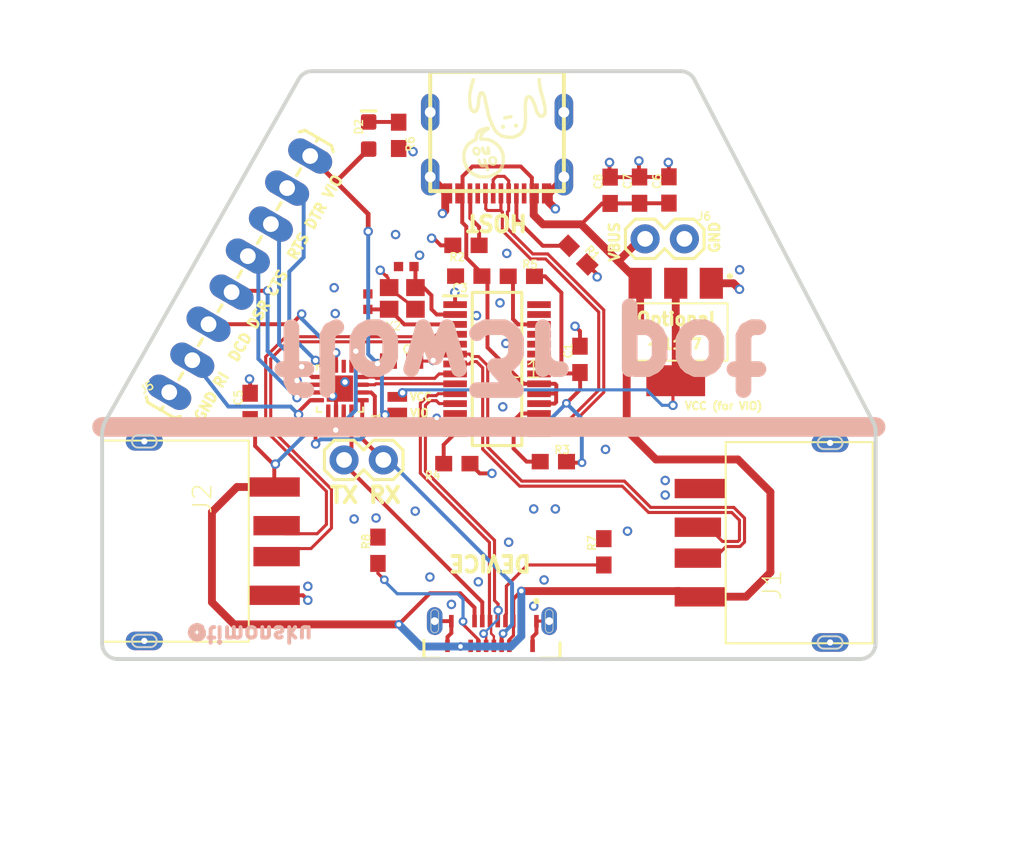
<source format=kicad_pcb>
(kicad_pcb (version 20221018) (generator pcbnew)
  (layers (0 "F.Cu" signal) (31 "B.Cu" signal) (34 "B.Paste" user) (35 "F.Paste" user) (36 "B.SilkS" user "B.Silkscreen") (37 "F.SilkS" user "F.Silkscreen") (38 "B.Mask" user) (39 "F.Mask" user) (44 "Edge.Cuts" user))
  (net 0 "")
  (net 1 "GND")
  (net 2 "CH_3V3")
  (net 3 "VBUS")
  (net 4 "TXD")
  (net 5 "RXD")
  (net 6 "CTS")
  (net 7 "DSR")
  (net 8 "RI")
  (net 9 "DCD")
  (net 10 "DTR")
  (net 11 "RTS")
  (net 12 "~{ACT}")
  (net 13 "D4_N")
  (net 14 "D4_P")
  (net 15 "D3_N")
  (net 16 "D3_P")
  (net 17 "D2_N")
  (net 18 "D2_P")
  (net 19 "D1_N")
  (net 20 "D1_P")
  (net 21 "REXT")
  (net 22 "OVCJ")
  (net 23 "XRSTJ")
  (net 24 "DU_P")
  (net 25 "DU_N")
  (net 26 "N$1")
  (net 27 "N$2")
  (net 28 "XIN")
  (net 29 "VCC")
  (net 30 "VIO")
  (net 31 "N$3")
  (net 32 "XOUT")
  (net 33 "VD33")
  (net 34 "N$4")
  (net 35 "N$5")
  (footprint "flow3r-pot:0603" (layer "F.Cu") (at 160.1411 93.6836 90)
    (fp_text reference "C6")
    (fp_text value "10uF")
  )
  (footprint "flow3r-pot:LED-0603" (layer "F.Cu") (at 140.7311 90.1636 90)
    (fp_text reference "D2")
    (fp_text value "RED")
  )
  (footprint "flow3r-pot:USB-TYPE-C_16PIN-MALE-TYPE-C-31-M-12" (layer "F.Cu") (at 149.0311 91.2836 180)
    (fp_text reference "USB-C-HOST0" hide)
    (fp_text value "C709357" hide)
    (fp_line (start -4.6 -2.05) (end -4.6 -0.95) (stroke (width 0.01)) (layer "Edge.Cuts"))
    (fp_line (start -4.6 2.1) (end -4.6 3.2) (stroke (width 0.01)) (layer "Edge.Cuts"))
    (fp_line (start -4 -0.9) (end -4 -2.1) (stroke (width 0.01)) (layer "Edge.Cuts"))
    (fp_line (start -4 3.25) (end -4 2.05) (stroke (width 0.01)) (layer "Edge.Cuts"))
    (fp_line (start 4 -2.05) (end 4 -0.95) (stroke (width 0.01)) (layer "Edge.Cuts"))
    (fp_line (start 4 2.1) (end 4 3.2) (stroke (width 0.01)) (layer "Edge.Cuts"))
    (fp_line (start 4.6 -0.9) (end 4.6 -2.1) (stroke (width 0.01)) (layer "Edge.Cuts"))
    (fp_line (start 4.6 3.25) (end 4.6 2.05) (stroke (width 0.01)) (layer "Edge.Cuts"))
    (fp_arc (start -4.6 -2.05) (mid -4.522487 -2.287132) (end -4.3 -2.4) (stroke (width 0.01)) (layer "Edge.Cuts"))
    (fp_arc (start -4.6 2.1) (mid -4.522487 1.862868) (end -4.3 1.75) (stroke (width 0.01)) (layer "Edge.Cuts"))
    (fp_arc (start -4.3 -2.4) (mid -4.087868 -2.312132) (end -4 -2.1) (stroke (width 0.01)) (layer "Edge.Cuts"))
    (fp_arc (start -4.3 -0.65) (mid -4.512132 -0.737868) (end -4.6 -0.95) (stroke (width 0.01)) (layer "Edge.Cuts"))
    (fp_arc (start -4.3 1.75) (mid -4.087868 1.837868) (end -4 2.05) (stroke (width 0.01)) (layer "Edge.Cuts"))
    (fp_arc (start -4.3 3.5) (mid -4.512132 3.412132) (end -4.6 3.2) (stroke (width 0.01)) (layer "Edge.Cuts"))
    (fp_arc (start -4 -0.9) (mid -4.098223 -0.712868) (end -4.3 -0.65) (stroke (width 0.01)) (layer "Edge.Cuts"))
    (fp_arc (start -4 3.25) (mid -4.098223 3.437132) (end -4.3 3.5) (stroke (width 0.01)) (layer "Edge.Cuts"))
    (fp_arc (start 4 -2.05) (mid 4.077513 -2.287132) (end 4.3 -2.4) (stroke (width 0.01)) (layer "Edge.Cuts"))
    (fp_arc (start 4 2.1) (mid 4.077513 1.862868) (end 4.3 1.75) (stroke (width 0.01)) (layer "Edge.Cuts"))
    (fp_arc (start 4.3 -2.4) (mid 4.512132 -2.312132) (end 4.6 -2.1) (stroke (width 0.01)) (layer "Edge.Cuts"))
    (fp_arc (start 4.3 -0.65) (mid 4.087868 -0.737868) (end 4 -0.95) (stroke (width 0.01)) (layer "Edge.Cuts"))
    (fp_arc (start 4.3 1.75) (mid 4.512132 1.837868) (end 4.6 2.05) (stroke (width 0.01)) (layer "Edge.Cuts"))
    (fp_arc (start 4.3 3.5) (mid 4.087868 3.412132) (end 4 3.2) (stroke (width 0.01)) (layer "Edge.Cuts"))
    (fp_arc (start 4.6 -0.9) (mid 4.501777 -0.712868) (end 4.3 -0.65) (stroke (width 0.01)) (layer "Edge.Cuts"))
    (fp_arc (start 4.6 3.25) (mid 4.501777 3.437132) (end 4.3 3.5) (stroke (width 0.01)) (layer "Edge.Cuts"))
  )
  (footprint "flow3r-pot:0603" (layer "F.Cu") (at 154.3911 104.6336 90)
    (fp_text reference "C1")
    (fp_text value "10uF")
  )
  (footprint "flow3r-pot:0402-TIGHT" (layer "F.Cu") (at 143.1611 98.6336 180)
    (fp_text reference "DNP-C9" hide)
    (fp_text value "20pF" hide)
  )
  (footprint "flow3r-pot:JE-USB-A-C42595" (layer "F.Cu") (at 166.8111 116.4836 90)
    (fp_text reference "J1")
    (fp_text value "JE-USB-A-C42595" hide)
    (fp_line (start -6.85 3.7) (end -6.85 3.35) (stroke (width 0.127)) (layer "Edge.Cuts"))
    (fp_line (start -6.85 4.15) (end -6.85 3.7) (stroke (width 0.127)) (layer "Edge.Cuts"))
    (fp_line (start -6.05 3.35) (end -6.05 3.7) (stroke (width 0.127)) (layer "Edge.Cuts"))
    (fp_line (start -6.05 3.7) (end -6.05 4.15) (stroke (width 0.127)) (layer "Edge.Cuts"))
    (fp_line (start 6.05 3.7) (end 6.05 3.35) (stroke (width 0.127)) (layer "Edge.Cuts"))
    (fp_line (start 6.05 4.15) (end 6.05 3.7) (stroke (width 0.127)) (layer "Edge.Cuts"))
    (fp_line (start 6.85 3.35) (end 6.85 3.7) (stroke (width 0.127)) (layer "Edge.Cuts"))
    (fp_line (start 6.85 3.7) (end 6.85 4.15) (stroke (width 0.127)) (layer "Edge.Cuts"))
    (fp_arc (start -6.85 3.35) (mid -6.732843 3.067157) (end -6.45 2.95) (stroke (width 0.127)) (layer "Edge.Cuts"))
    (fp_arc (start -6.45 2.95) (mid -6.167157 3.067157) (end -6.05 3.35) (stroke (width 0.127)) (layer "Edge.Cuts"))
    (fp_arc (start -6.45 4.55) (mid -6.732843 4.432843) (end -6.85 4.15) (stroke (width 0.127)) (layer "Edge.Cuts"))
    (fp_arc (start -6.05 4.15) (mid -6.167157 4.432843) (end -6.45 4.55) (stroke (width 0.127)) (layer "Edge.Cuts"))
    (fp_arc (start 6.05 3.35) (mid 6.167157 3.067157) (end 6.45 2.95) (stroke (width 0.127)) (layer "Edge.Cuts"))
    (fp_arc (start 6.45 2.95) (mid 6.732843 3.067157) (end 6.85 3.35) (stroke (width 0.127)) (layer "Edge.Cuts"))
    (fp_arc (start 6.45 4.55) (mid 6.167157 4.432843) (end 6.05 4.15) (stroke (width 0.127)) (layer "Edge.Cuts"))
    (fp_arc (start 6.85 4.15) (mid 6.732843 4.432843) (end 6.45 4.55) (stroke (width 0.127)) (layer "Edge.Cuts"))
  )
  (footprint "flow3r-pot:0603" (layer "F.Cu") (at 150.6011 99.2636)
    (fp_text reference "R5")
    (fp_text value "10k")
  )
  (footprint "flow3r-pot:1X02" (layer "F.Cu") (at 158.6011 96.8436)
    (fp_text reference "J6")
    (fp_text value "")
  )
  (footprint "flow3r-pot:0603" (layer "F.Cu") (at 133.0711 107.6736 90)
    (fp_text reference "C5")
    (fp_text value "10uF")
  )
  (footprint "flow3r-pot:0603" (layer "F.Cu") (at 147.2011 99.2536 180)
    (fp_text reference "C3")
    (fp_text value "10uF")
  )
  (footprint "flow3r-pot:0603" (layer "F.Cu") (at 146.4311 111.3736 180)
    (fp_text reference "R4")
    (fp_text value "2.7k")
  )
  (footprint "flow3r-pot:TYPE-C-31-G-08-2.0-ONLY" (layer "F.Cu") (at 148.7011 122.4036)
    (fp_text reference "J3" hide)
    (fp_text value "TYPE-C-31-G-08-2.0-ONLY" hide)
    (fp_line (start -3.95 -1.35) (end -3.95 -0.35) (stroke (width 0.05)) (layer "Edge.Cuts"))
    (fp_line (start -3.45 -0.35) (end -3.45 -1.35) (stroke (width 0.05)) (layer "Edge.Cuts"))
    (fp_line (start 3.45 -1.35) (end 3.45 -0.35) (stroke (width 0.05)) (layer "Edge.Cuts"))
    (fp_line (start 3.95 -0.35) (end 3.95 -1.35) (stroke (width 0.05)) (layer "Edge.Cuts"))
    (fp_arc (start -3.95 -1.35) (mid -3.876777 -1.526777) (end -3.7 -1.6) (stroke (width 0.05)) (layer "Edge.Cuts"))
    (fp_arc (start -3.7 -1.6) (mid -3.523223 -1.526777) (end -3.45 -1.35) (stroke (width 0.05)) (layer "Edge.Cuts"))
    (fp_arc (start -3.7 -0.1) (mid -3.876777 -0.173223) (end -3.95 -0.35) (stroke (width 0.05)) (layer "Edge.Cuts"))
    (fp_arc (start -3.45 -0.35) (mid -3.523223 -0.173223) (end -3.7 -0.1) (stroke (width 0.05)) (layer "Edge.Cuts"))
    (fp_arc (start 3.45 -1.35) (mid 3.523223 -1.526777) (end 3.7 -1.6) (stroke (width 0.05)) (layer "Edge.Cuts"))
    (fp_arc (start 3.7 -1.6) (mid 3.876777 -1.526777) (end 3.95 -1.35) (stroke (width 0.05)) (layer "Edge.Cuts"))
    (fp_arc (start 3.7 -0.1) (mid 3.523223 -0.173223) (end 3.45 -0.35) (stroke (width 0.05)) (layer "Edge.Cuts"))
    (fp_arc (start 3.95 -0.35) (mid 3.876777 -0.173223) (end 3.7 -0.1) (stroke (width 0.05)) (layer "Edge.Cuts"))
  )
  (footprint "flow3r-pot:0603" (layer "F.Cu") (at 155.9311 117.0736 90)
    (fp_text reference "R7")
    (fp_text value "5.1k")
  )
  (footprint "flow3r-pot:0603" (layer "F.Cu") (at 142.6711 90.1536 -90)
    (fp_text reference "R6")
    (fp_text value "10k")
  )
  (footprint "flow3r-pot:SMT-JUMPER_3_1-NC_TRACE_NO-SILK" (layer "F.Cu") (at 142.5811 108.0736 -90)
    (fp_text reference "JP1")
    (fp_text value "JUMPER-SMT_3_1-NC_TRACE_NO-SILK" hide)
  )
  (footprint "flow3r-pot:0603" (layer "F.Cu") (at 142.8611 104.7436)
    (fp_text reference "C2")
    (fp_text value "10uF")
  )
  (footprint "flow3r-pot:CRYSTAL-SMD-2X2.5MM" (layer "F.Cu") (at 142.9011 100.7036 180)
    (fp_text reference "Y2")
    (fp_text value "12MHZ")
  )
  (footprint "flow3r-pot:0603" (layer "F.Cu") (at 158.2411 93.6936 90)
    (fp_text reference "C7")
    (fp_text value "10uF")
  )
  (footprint "flow3r-pot:QFN50P300X300X80-17N" (layer "F.Cu") (at 138.8711 106.5236 90)
    (fp_text reference "U1" hide)
    (fp_text value "CH343P" hide)
  )
  (footprint "flow3r-pot:JE-USB-A-C42595" (layer "F.Cu") (at 129.9811 116.3836 -90)
    (fp_text reference "J2")
    (fp_text value "JE-USB-A-C42595" hide)
    (fp_line (start -6.85 3.7) (end -6.85 3.35) (stroke (width 0.127)) (layer "Edge.Cuts"))
    (fp_line (start -6.85 4.15) (end -6.85 3.7) (stroke (width 0.127)) (layer "Edge.Cuts"))
    (fp_line (start -6.05 3.35) (end -6.05 3.7) (stroke (width 0.127)) (layer "Edge.Cuts"))
    (fp_line (start -6.05 3.7) (end -6.05 4.15) (stroke (width 0.127)) (layer "Edge.Cuts"))
    (fp_line (start 6.05 3.7) (end 6.05 3.35) (stroke (width 0.127)) (layer "Edge.Cuts"))
    (fp_line (start 6.05 4.15) (end 6.05 3.7) (stroke (width 0.127)) (layer "Edge.Cuts"))
    (fp_line (start 6.85 3.35) (end 6.85 3.7) (stroke (width 0.127)) (layer "Edge.Cuts"))
    (fp_line (start 6.85 3.7) (end 6.85 4.15) (stroke (width 0.127)) (layer "Edge.Cuts"))
    (fp_arc (start -6.85 3.35) (mid -6.732843 3.067157) (end -6.45 2.95) (stroke (width 0.127)) (layer "Edge.Cuts"))
    (fp_arc (start -6.45 2.95) (mid -6.167157 3.067157) (end -6.05 3.35) (stroke (width 0.127)) (layer "Edge.Cuts"))
    (fp_arc (start -6.45 4.55) (mid -6.732843 4.432843) (end -6.85 4.15) (stroke (width 0.127)) (layer "Edge.Cuts"))
    (fp_arc (start -6.05 4.15) (mid -6.167157 4.432843) (end -6.45 4.55) (stroke (width 0.127)) (layer "Edge.Cuts"))
    (fp_arc (start 6.05 3.35) (mid 6.167157 3.067157) (end 6.45 2.95) (stroke (width 0.127)) (layer "Edge.Cuts"))
    (fp_arc (start 6.45 2.95) (mid 6.732843 3.067157) (end 6.85 3.35) (stroke (width 0.127)) (layer "Edge.Cuts"))
    (fp_arc (start 6.45 4.55) (mid 6.167157 4.432843) (end 6.05 4.15) (stroke (width 0.127)) (layer "Edge.Cuts"))
    (fp_arc (start 6.85 4.15) (mid 6.732843 4.432843) (end 6.45 4.55) (stroke (width 0.127)) (layer "Edge.Cuts"))
  )
  (footprint "flow3r-pot:SOT230P700X180-4N" (layer "F.Cu") (at 160.5811 102.8636 180)
    (fp_text reference "U2" hide)
    (fp_text value "LDL1117S12R" hide)
  )
  (footprint "flow3r-pot:0603" (layer "F.Cu") (at 156.3411 93.7036 90)
    (fp_text reference "C8")
    (fp_text value "10uF")
  )
  (footprint "flow3r-pot:0603" (layer "F.Cu") (at 147.0211 97.2636 180)
    (fp_text reference "R2")
    (fp_text value "5.1k")
  )
  (footprint "flow3r-pot:0603" (layer "F.Cu") (at 141.3311 116.9736 90)
    (fp_text reference "R8")
    (fp_text value "5.1k")
  )
  (footprint "flow3r-pot:1X08_LOCK_LONGPADS" (layer "F.Cu") (at 127.9511 106.8236 60)
    (fp_text reference "J5")
    (fp_text value "")
  )
  (footprint "flow3r-pot:1X02" (layer "F.Cu") (at 141.6811 111.1336 180)
    (fp_text reference "J4" hide)
    (fp_text value "")
  )
  (footprint "flow3r-pot:0402-TIGHT" (layer "F.Cu") (at 140.6811 100.9036 90)
    (fp_text reference "DNP-C4" hide)
    (fp_text value "20pF" hide)
  )
  (footprint "flow3r-pot:OHNO-6.5" (layer "F.Cu") (at 152.2511 86.4636 180)
    (fp_text reference "U$2" hide)
    (fp_text value "" hide)
  )
  (footprint "flow3r-pot:0603" (layer "F.Cu") (at 154.2611 97.8936 -45)
    (fp_text reference "R1")
    (fp_text value "5.1k")
  )
  (footprint "flow3r-pot:SOP64P600X175-28N" (layer "F.Cu") (at 149.0311 105.2536)
    (fp_text reference "IC1")
    (fp_text value "FE1.1S-BSOP28BCN" hide)
  )
  (footprint "flow3r-pot:0603" (layer "F.Cu") (at 152.6711 111.2436)
    (fp_text reference "R3")
    (fp_text value "10k")
  )
  (gr_line (start 123.5011 109.0036) (end 173.5011 109.0036) (stroke (width 1.27)) (layer "B.SilkS"))
  (gr_arc (start 123.5011 109.5036) (mid 123.563636 109.020051) (end 123.747128 108.568319) (stroke (width 0.254)) (layer "Edge.Cuts"))
  (gr_line (start 173.5011 109.248788) (end 173.5011 123.0036) (stroke (width 0.254)) (layer "Edge.Cuts"))
  (gr_line (start 123.5011 123.0036) (end 123.5011 109.5036) (stroke (width 0.254)) (layer "Edge.Cuts"))
  (gr_line (start 123.747128 108.568319) (end 136.214003 86.511541) (stroke (width 0.254)) (layer "Edge.Cuts"))
  (gr_line (start 161.7815 86.541035) (end 173.387684 108.786219) (stroke (width 0.254)) (layer "Edge.Cuts"))
  (gr_arc (start 160.894915 86.0036) (mid 161.413295 86.14845) (end 161.7815 86.541036) (stroke (width 0.254)) (layer "Edge.Cuts"))
  (gr_arc (start 173.5011 123.0036) (mid 173.208207 123.710707) (end 172.5011 124.0036) (stroke (width 0.254)) (layer "Edge.Cuts"))
  (gr_line (start 137.084565 86.0036) (end 160.894915 86.0036) (stroke (width 0.254)) (layer "Edge.Cuts"))
  (gr_line (start 172.5011 124.0036) (end 124.5011 124.0036) (stroke (width 0.254)) (layer "Edge.Cuts"))
  (gr_arc (start 136.214003 86.511541) (mid 136.58061 86.13987) (end 137.084565 86.003601) (stroke (width 0.254)) (layer "Edge.Cuts"))
  (gr_arc (start 173.387684 108.786219) (mid 173.472332 109.010653) (end 173.5011 109.248788) (stroke (width 0.254)) (layer "Edge.Cuts"))
  (gr_arc (start 124.5011 124.0036) (mid 123.793993 123.710707) (end 123.5011 123.0036) (stroke (width 0.254)) (layer "Edge.Cuts"))
  (gr_text "@timonsku" (at 128.8011 121.8036 -180) (layer "B.SilkS") (effects (font (size 1.016 1.016) (thickness 0.254)) (justify left bottom mirror)))
  (gr_text "flow3r pot" (at 134.1011 102.0036 -180) (layer "B.SilkS") (effects (font (size 4.064 4.064) (thickness 1.016)) (justify left bottom mirror)))
  (gr_text "VCC (for VIO)" (at 161.1111 107.9336) (layer "F.SilkS") (effects (font (size 0.48768 0.48768) (thickness 0.12192)) (justify left bottom)))
  (gr_text "VBUS" (at 157.0011 98.4036 90) (layer "F.SilkS") (effects (font (size 0.65024 0.65024) (thickness 0.16256)) (justify left bottom)))
  (gr_text "Optional" (at 157.9411 102.5036) (layer "F.SilkS") (effects (font (size 0.8128 0.8128) (thickness 0.2032)) (justify left bottom)))
  (gr_text "GND" (at 163.4711 97.8436 90) (layer "F.SilkS") (effects (font (size 0.65024 0.65024) (thickness 0.16256)) (justify left bottom)))
  (gr_text "~~1117" (at 158.7211 104.0236) (layer "F.SilkS") (effects (font (size 0.65024 0.65024) (thickness 0.16256)) (justify left bottom)))
  (gr_text "HOST" (at 151.1011 95.2036 180) (layer "F.SilkS") (effects (font (size 1.016 1.016) (thickness 0.254)) (justify left bottom)))
  (gr_text "GND RI  DCD DSR CTS  RTS DTR VIO" (at 130.0011 108.8036 60) (layer "F.SilkS") (effects (font (size 0.65024 0.65024) (thickness 0.16256)) (justify left bottom)))
  (gr_text "CH3V" (at 143.3411 109.4036) (layer "F.SilkS") (effects (font (size 0.48768 0.48768) (thickness 0.12192)) (justify left bottom)))
  (gr_text "VCC" (at 143.3311 107.3436) (layer "F.SilkS") (effects (font (size 0.48768 0.48768) (thickness 0.12192)) (justify left bottom)))
  (gr_text "TX RX" (at 138.1011 114.0036) (layer "F.SilkS") (effects (font (size 1.016 1.016) (thickness 0.254)) (justify left bottom)))
  (gr_text "VIO" (at 143.3511 108.3836) (layer "F.SilkS") (effects (font (size 0.48768 0.48768) (thickness 0.12192)) (justify left bottom)))
  (gr_text "DEVICE" (at 151.3511 117.2036 180) (layer "F.SilkS") (effects (font (size 1.016 1.016) (thickness 0.254)) (justify left bottom)))
  (segment (start 141.4811 98.8736) (end 141.9911 99.3836) (width 0.2) (layer "F.Cu") (net 1))
  (segment (start 146.3191 100.3216) (end 146.3011 100.3036) (width 0.254) (layer "F.Cu") (net 1))
  (segment (start 158.2311 92.8536) (end 158.2411 92.8436) (width 0.254) (layer "F.Cu") (net 1))
  (segment (start 136.4811 119.8836) (end 136.8011 120.2036) (width 0.254) (layer "F.Cu") (net 1))
  (segment (start 145.3911 97.2636) (end 146.1711 97.2636) (width 0.254) (layer "F.Cu") (net 1))
  (segment (start 147.2811 111.3736) (end 147.9111 112.0036) (width 0.254) (layer "F.Cu") (net 1))
  (segment (start 156.3411 92.8536) (end 156.3011 92.8136) (width 0.254) (layer "F.Cu") (net 1))
  (segment (start 151.5761 122.3286) (end 151.5761 121.5536) (width 0.254) (layer "F.Cu") (net 1))
  (segment (start 144.9311 96.8036) (end 144.8011 96.8036) (width 0.254) (layer "F.Cu") (net 1))
  (segment (start 145.681093 93.809504) (end 144.711068 92.839479) (width 0.508) (layer "F.Cu") (net 1))
  (segment (start 145.8261 123.1536) (end 145.8261 122.5786) (width 0.254) (layer "F.Cu") (net 1))
  (segment (start 144.9011 104.7436) (end 144.9011 104.7036) (width 0.2) (layer "F.Cu") (net 1))
  (segment (start 156.3011 92.8136) (end 156.3011 91.9036) (width 0.254) (layer "F.Cu") (net 1))
  (segment (start 143.7111 104.7436) (end 144.9011 104.7436) (width 0.2) (layer "F.Cu") (net 1))
  (segment (start 154.3911 103.7836) (end 154.3911 102.8136) (width 0.254) (layer "F.Cu") (net 1))
  (segment (start 151.3261 123.1536) (end 151.3261 122.5786) (width 0.254) (layer "F.Cu") (net 1))
  (segment (start 160.1411 91.9436) (end 160.1011 91.9036) (width 0.254) (layer "F.Cu") (net 1))
  (segment (start 146.3191 101.0936) (end 146.3191 100.3216) (width 0.254) (layer "F.Cu") (net 1))
  (segment (start 147.9111 112.0036) (end 148.7011 112.0036) (width 0.254) (layer "F.Cu") (net 1))
  (segment (start 154.86214 98.494644) (end 155.5011 99.133604) (width 0.254) (layer "F.Cu") (net 1))
  (segment (start 138.8711 106.5236) (end 139.2011 106.1936) (width 0.254) (layer "F.Cu") (net 1))
  (segment (start 145.681093 95.023607) (end 145.5011 95.2036) (width 0.508) (layer "F.Cu") (net 1))
  (segment (start 155.5011 99.133604) (end 155.5011 99.3036) (width 0.254) (layer "F.Cu") (net 1))
  (segment (start 151.5761 121.5536) (end 152.4011 121.5536) (width 0.2) (layer "F.Cu") (net 1))
  (segment (start 138.6211 107.2136) (end 138.4011 106.9936) (width 0.254) (layer "F.Cu") (net 1))
  (segment (start 138.8711 106.5236) (end 138.4011 106.9936) (width 0.254) (layer "F.Cu") (net 1))
  (segment (start 146.0761 121.5536) (end 145.0011 121.5536) (width 0.254) (layer "F.Cu") (net 1))
  (segment (start 141.8241 99.2166) (end 141.9111 99.2166) (width 0.2) (layer "F.Cu") (net 1))
  (segment (start 151.3261 122.5786) (end 151.5761 122.3286) (width 0.254) (layer "F.Cu") (net 1))
  (segment (start 160.1511 92.8236) (end 160.1411 92.8336) (width 0.254) (layer "F.Cu") (net 1))
  (segment (start 156.3411 92.8536) (end 158.2311 92.8536) (width 0.254) (layer "F.Cu") (net 1))
  (segment (start 145.8261 122.5786) (end 146.0761 122.3286) (width 0.254) (layer "F.Cu") (net 1))
  (segment (start 160.1411 92.8336) (end 160.1411 91.9436) (width 0.254) (layer "F.Cu") (net 1))
  (segment (start 162.8811 99.7136) (end 164.3111 99.7136) (width 0.508) (layer "F.Cu") (net 1))
  (segment (start 146.0761 122.3286) (end 146.0761 121.5536) (width 0.254) (layer "F.Cu") (net 1))
  (segment (start 160.1311 92.8436) (end 160.1411 92.8336) (width 0.254) (layer "F.Cu") (net 1))
  (segment (start 154.3911 102.8136) (end 154.0711 102.4936) (width 0.254) (layer "F.Cu") (net 1))
  (segment (start 153.351131 92.93676) (end 153.351131 92.839479) (width 0.508) (layer "F.Cu") (net 1))
  (segment (start 158.2411 92.8436) (end 158.2011 92.8036) (width 0.254) (layer "F.Cu") (net 1))
  (segment (start 145.3911 97.2636) (end 144.9311 96.8036) (width 0.254) (layer "F.Cu") (net 1))
  (segment (start 141.9911 99.996641) (end 143.8611 101.4136) (width 0.2) (layer "F.Cu") (net 1))
  (segment (start 141.4811 98.8736) (end 141.8241 99.2166) (width 0.2) (layer "F.Cu") (net 1))
  (segment (start 164.3111 99.7136) (end 164.7011 100.1036) (width 0.508) (layer "F.Cu") (net 1))
  (segment (start 133.0711 106.8236) (end 133.0711 105.9436) (width 0.254) (layer "F.Cu") (net 1))
  (segment (start 138.4011 106.9936) (end 138.4011 107.0036) (width 0.254) (layer "F.Cu") (net 1))
  (segment (start 134.6311 119.8836) (end 136.4811 119.8836) (width 0.254) (layer "F.Cu") (net 1))
  (segment (start 152.381106 94.483607) (end 152.8011 94.9036) (width 0.508) (layer "F.Cu") (net 1))
  (segment (start 142.6711 91.0036) (end 143.4011 91.0036) (width 0.254) (layer "F.Cu") (net 1))
  (segment (start 158.2411 92.8436) (end 160.1311 92.8436) (width 0.254) (layer "F.Cu") (net 1))
  (segment (start 145.681093 93.906785) (end 145.681093 93.809504) (width 0.508) (layer "F.Cu") (net 1))
  (segment (start 139.2011 106.1936) (end 139.2011 106.1036) (width 0.254) (layer "F.Cu") (net 1))
  (segment (start 133.0711 105.9436) (end 133.0311 105.9036) (width 0.254) (layer "F.Cu") (net 1))
  (segment (start 158.2011 92.8036) (end 158.2011 91.8036) (width 0.254) (layer "F.Cu") (net 1))
  (segment (start 146.3191 101.0936) (end 146.1191 101.0936) (width 0.254) (layer "F.Cu") (net 1))
  (segment (start 145.681093 93.906785) (end 145.681093 95.023607) (width 0.508) (layer "F.Cu") (net 1))
  (segment (start 141.9911 99.3836) (end 141.9911 99.996641) (width 0.2) (layer "F.Cu") (net 1))
  (segment (start 152.381106 93.906785) (end 152.381106 94.483607) (width 0.508) (layer "F.Cu") (net 1))
  (segment (start 138.6211 107.9686) (end 138.6211 107.2136) (width 0.254) (layer "F.Cu") (net 1))
  (segment (start 153.351131 92.93676) (end 152.381106 93.906785) (width 0.508) (layer "F.Cu") (net 1))
  (segment (start 143.4011 91.0036) (end 143.6011 91.2036) (width 0.254) (layer "F.Cu") (net 1))
  (via (at 164.7011 100.1036) (size 0.61) (drill 0.35) (layers "F.Cu" "B.Cu") (net 1))
  (via (at 148.7011 112.0036) (size 0.61) (drill 0.35) (layers "F.Cu" "B.Cu") (net 1))
  (via (at 141.20975 114.888366) (size 0.61) (drill 0.35) (layers "F.Cu" "B.Cu") (net 1))
  (via (at 147.8211 119.0136) (size 0.61) (drill 0.35) (layers "F.Cu" "B.Cu") (net 1))
  (via (at 149.6011 103.6036) (size 0.61) (drill 0.35) (layers "F.Cu" "B.Cu") (net 1))
  (via (at 149.6611 97.7836) (size 0.61) (drill 0.35) (layers "F.Cu" "B.Cu") (net 1))
  (via (at 145.5011 95.2036) (size 0.61) (drill 0.35) (layers "F.Cu" "B.Cu") (net 1))
  (via (at 149.2211 100.9836) (size 0.61) (drill 0.35) (layers "F.Cu" "B.Cu") (net 1))
  (via (at 144.9011 104.7036) (size 0.61) (drill 0.35) (layers "F.Cu" "B.Cu") (net 1))
  (via (at 146.3011 100.3036) (size 0.61) (drill 0.35) (layers "F.Cu" "B.Cu") (net 1))
  (via (at 144.8011 96.8036) (size 0.61) (drill 0.35) (layers "F.Cu" "B.Cu") (net 1))
  (via (at 155.5011 99.3036) (size 0.61) (drill 0.35) (layers "F.Cu" "B.Cu") (net 1))
  (via (at 133.0311 105.9036) (size 0.61) (drill 0.35) (layers "F.Cu" "B.Cu") (net 1))
  (via (at 144.6911 118.7036) (size 0.61) (drill 0.35) (layers "F.Cu" "B.Cu") (net 1))
  (via (at 156.3011 91.9036) (size 0.61) (drill 0.35) (layers "F.Cu" "B.Cu") (net 1))
  (via (at 147.7011 101.8036) (size 0.61) (drill 0.35) (layers "F.Cu" "B.Cu") (net 1))
  (via (at 144.0211 97.9036) (size 0.61) (drill 0.35) (layers "F.Cu" "B.Cu") (net 1))
  (via (at 143.6011 91.2036) (size 0.61) (drill 0.35) (layers "F.Cu" "B.Cu") (net 1))
  (via (at 149.7811 116.4536) (size 0.61) (drill 0.35) (layers "F.Cu" "B.Cu") (net 1))
  (via (at 160.1011 91.9036) (size 0.61) (drill 0.35) (layers "F.Cu" "B.Cu") (net 1))
  (via (at 149.4011 107.7036) (size 0.61) (drill 0.35) (layers "F.Cu" "B.Cu") (net 1))
  (via (at 138.5011 100.0036) (size 0.61) (drill 0.35) (layers "F.Cu" "B.Cu") (net 1))
  (via (at 136.8011 120.2036) (size 0.61) (drill 0.35) (layers "F.Cu" "B.Cu") (net 1))
  (via (at 152.8011 114.3036) (size 0.61) (drill 0.35) (layers "F.Cu" "B.Cu") (net 1))
  (via (at 154.0711 102.4936) (size 0.61) (drill 0.35) (layers "F.Cu" "B.Cu") (net 1))
  (via (at 142.4711 96.5636) (size 0.61) (drill 0.35) (layers "F.Cu" "B.Cu") (net 1))
  (via (at 138.4011 107.0036) (size 0.61) (drill 0.35) (layers "F.Cu" "B.Cu") (net 1))
  (via (at 146.0811 120.4736) (size 0.61) (drill 0.35) (layers "F.Cu" "B.Cu") (net 1))
  (via (at 136.8011 119.3036) (size 0.61) (drill 0.35) (layers "F.Cu" "B.Cu") (net 1))
  (via (at 152.0711 118.8936) (size 0.61) (drill 0.35) (layers "F.Cu" "B.Cu") (net 1))
  (via (at 139.7911 114.9536) (size 0.61) (drill 0.35) (layers "F.Cu" "B.Cu") (net 1))
  (via (at 164.7111 98.8436) (size 0.61) (drill 0.35) (layers "F.Cu" "B.Cu") (net 1))
  (via (at 156.0411 110.4536) (size 0.61) (drill 0.35) (layers "F.Cu" "B.Cu") (net 1))
  (via (at 139.2011 106.1036) (size 0.61) (drill 0.35) (layers "F.Cu" "B.Cu") (net 1))
  (via (at 138.5711 101.6736) (size 0.61) (drill 0.35) (layers "F.Cu" "B.Cu") (net 1))
  (via (at 141.4811 98.8736) (size 0.61) (drill 0.35) (layers "F.Cu" "B.Cu") (net 1))
  (via (at 159.9011 112.4636) (size 0.61) (drill 0.35) (layers "F.Cu" "B.Cu") (net 1))
  (via (at 143.7411 114.4436) (size 0.61) (drill 0.35) (layers "F.Cu" "B.Cu") (net 1))
  (via (at 151.4011 114.3036) (size 0.61) (drill 0.35) (layers "F.Cu" "B.Cu") (net 1))
  (via (at 151.4011 120.5836) (size 0.61) (drill 0.35) (layers "F.Cu" "B.Cu") (net 1))
  (via (at 152.8011 94.9036) (size 0.61) (drill 0.35) (layers "F.Cu" "B.Cu") (net 1))
  (via (at 159.9011 113.4036) (size 0.61) (drill 0.35) (layers "F.Cu" "B.Cu") (net 1))
  (via (at 158.2011 91.8036) (size 0.61) (drill 0.35) (layers "F.Cu" "B.Cu") (net 1))
  (via (at 157.4647 115.738754) (size 0.61) (drill 0.35) (layers "F.Cu" "B.Cu") (net 1))
  (segment (start 141.1311 107.0136) (end 141.1311 108.7836) (width 0.254) (layer "F.Cu") (net 2))
  (segment (start 142.5811 109.0896) (end 141.4371 109.0896) (width 0.254) (layer "F.Cu") (net 2))
  (segment (start 140.3161 106.7736) (end 140.8911 106.7736) (width 0.254) (layer "F.Cu") (net 2))
  (segment (start 141.4371 109.0896) (end 141.1311 108.7836) (width 0.254) (layer "F.Cu") (net 2))
  (segment (start 140.8911 106.7736) (end 141.1311 107.0136) (width 0.254) (layer "F.Cu") (net 2))
  (segment (start 151.7531 106.8436) (end 151.7431 106.8536) (width 0.254) (layer "F.Cu") (net 3))
  (segment (start 152.7511 107.4936) (end 151.7431 107.4936) (width 0.254) (layer "F.Cu") (net 3))
  (segment (start 165.1311 119.9736) (end 162.1711 119.9736) (width 0.508) (layer "F.Cu") (net 3))
  (segment (start 156.3411 94.5536) (end 158.2311 94.5536) (width 0.254) (layer "F.Cu") (net 3))
  (segment (start 147.9511 99.1536) (end 148.0511 99.2536) (width 0.254) (layer "F.Cu") (net 3))
  (segment (start 151.4011 94.5036) (end 151.4011 94.026854) (width 0.2) (layer "F.Cu") (net 3))
  (segment (start 130.6011 114.5036) (end 132.2211 112.8836) (width 0.508) (layer "F.Cu") (net 3))
  (segment (start 138.6011 109.2036) (end 139.1011 108.7036) (width 0.254) (layer "F.Cu") (net 3))
  (segment (start 133.3911 108.8436) (end 133.3911 110.2336) (width 0.254) (layer "F.Cu") (net 3))
  (segment (start 151.281031 93.906785) (end 151.581006 93.906785) (width 0.2) (layer "F.Cu") (net 3))
  (segment (start 147.0411 96.0436) (end 147.0411 98.0636) (width 0.254) (layer "F.Cu") (net 3))
  (segment (start 130.6011 120.3336) (end 130.6011 114.5036) (width 0.508) (layer "F.Cu") (net 3))
  (segment (start 155.8211 94.5536) (end 156.3411 94.5536) (width 0.254) (layer "F.Cu") (net 3))
  (segment (start 146.8011 93.586879) (end 146.8011 92.8036) (width 0.254) (layer "F.Cu") (net 3))
  (segment (start 147.5761 121.5536) (end 147.5761 120.6786) (width 0.254) (layer "F.Cu") (net 3))
  (segment (start 139.6211 104.3836) (end 139.9011 104.1036) (width 0.254) (layer "F.Cu") (net 3))
  (segment (start 152.8611 106.2936) (end 152.7811 106.2136) (width 0.254) (layer "F.Cu") (net 3))
  (segment (start 151.4011 94.026854) (end 151.281031 93.906785) (width 0.2) (layer "F.Cu") (net 3))
  (segment (start 156.8611 98.2936) (end 158.3111 96.8436) (width 0.508) (layer "F.Cu") (net 3))
  (segment (start 157.4111 109.2136) (end 159.3011 111.1036) (width 0.508) (layer "F.Cu") (net 3))
  (segment (start 150.7611 106.2136) (end 151.7431 106.2136) (width 0.254) (layer "F.Cu") (net 3))
  (segment (start 158.2311 94.5536) (end 158.2411 94.5436) (width 0.254) (layer "F.Cu") (net 3))
  (segment (start 133.3911 110.2336) (end 134.6311 111.4736) (width 0.254) (layer "F.Cu") (net 3))
  (segment (start 147.9511 98.9736) (end 147.9511 99.1536) (width 0.254) (layer "F.Cu") (net 3))
  (segment (start 162.1611 119.9836) (end 162.1711 119.9736) (width 0.508) (layer "F.Cu") (net 3))
  (segment (start 149.8261 122.7486) (end 150.0911 122.4836) (width 0.2) (layer "F.Cu") (net 3))
  (segment (start 150.0911 122.4836) (end 150.0911 121.5686) (width 0.2) (layer "F.Cu") (net 3))
  (segment (start 158.2811 102.0036) (end 157.4111 102.8736) (width 0.508) (layer "F.Cu") (net 3))
  (segment (start 147.4411 92.1636) (end 150.561837 92.1636) (width 0.254) (layer "F.Cu") (net 3))
  (segment (start 152.8511 106.9236) (end 152.8511 107.3936) (width 0.254) (layer "F.Cu") (net 3))
  (segment (start 164.6011 111.1036) (end 166.7011 113.2036) (width 0.508) (layer "F.Cu") (net 3))
  (segment (start 146.48094 93.907038) (end 146.781168 93.907038) (width 0.2) (layer "F.Cu") (net 3))
  (segment (start 150.0911 121.5686) (end 150.0761 121.5536) (width 0.2) (layer "F.Cu") (net 3))
  (segment (start 150.561837 92.1636) (end 151.281031 92.882794) (width 0.254) (layer "F.Cu") (net 3))
  (segment (start 147.0411 98.0636) (end 147.9511 98.9736) (width 0.254) (layer "F.Cu") (net 3))
  (segment (start 154.4711 95.9036) (end 155.8211 94.5536) (width 0.254) (layer "F.Cu") (net 3))
  (segment (start 144.692337 119.7536) (end 142.681168 121.764769) (width 0.254) (layer "F.Cu") (net 3))
  (segment (start 151.281031 92.882794) (end 151.281031 93.906785) (width 0.254) (layer "F.Cu") (net 3))
  (segment (start 139.6211 105.0786) (end 139.6211 104.3836) (width 0.254) (layer "F.Cu") (net 3))
  (segment (start 146.6511 119.7536) (end 144.692337 119.7536) (width 0.254) (layer "F.Cu") (net 3))
  (segment (start 150.0761 121.5536) (end 150.0761 120.1286) (width 0.254) (layer "F.Cu") (net 3))
  (segment (start 139.1011 107.9886) (end 139.1211 107.9686) (width 0.254) (layer "F.Cu") (net 3))
  (segment (start 139.1011 108.7036) (end 139.1011 107.9886) (width 0.254) (layer "F.Cu") (net 3))
  (segment (start 161.1711 119.9836) (end 160.8011 119.6136) (width 0.508) (layer "F.Cu") (net 3))
  (segment (start 133.0711 108.5236) (end 133.3911 108.8436) (width 0.254) (layer "F.Cu") (net 3))
  (segment (start 152.0011 95.9036) (end 151.4011 95.3036) (width 0.508) (layer "F.Cu") (net 3))
  (segment (start 151.4011 95.3036) (end 151.4011 94.5036) (width 0.508) (layer "F.Cu") (net 3))
  (segment (start 152.8611 106.7536) (end 152.7711 106.8436) (width 0.254) (layer "F.Cu") (net 3))
  (segment (start 142.681168 121.764769) (end 132.032268 121.764769) (width 0.508) (layer "F.Cu") (net 3))
  (segment (start 157.4111 102.8736) (end 157.4111 109.2136) (width 0.508) (layer "F.Cu") (net 3))
  (segment (start 134.6311 112.8836) (end 134.6311 111.4736) (width 0.254) (layer "F.Cu") (net 3))
  (segment (start 156.8611 98.2936) (end 154.4711 95.9036) (width 0.508) (layer "F.Cu") (net 3))
  (segment (start 152.7811 106.2136) (end 151.7431 106.2136) (width 0.254) (layer "F.Cu") (net 3))
  (segment (start 146.781168 95.783669) (end 147.0411 96.0436) (width 0.254) (layer "F.Cu") (net 3))
  (segment (start 158.2811 99.7136) (end 158.2811 102.0036) (width 0.508) (layer "F.Cu") (net 3))
  (segment (start 150.7611 106.2136) (end 148.4111 103.8636) (width 0.254) (layer "F.Cu") (net 3))
  (segment (start 146.8011 92.8036) (end 147.4411 92.1636) (width 0.254) (layer "F.Cu") (net 3))
  (segment (start 146.781168 93.907038) (end 146.781168 95.783669) (width 0.254) (layer "F.Cu") (net 3))
  (segment (start 152.8511 107.3936) (end 152.7511 107.4936) (width 0.254) (layer "F.Cu") (net 3))
  (segment (start 151.7531 106.8436) (end 152.7711 106.8436) (width 0.254) (layer "F.Cu") (net 3))
  (segment (start 158.3111 96.8436) (end 158.6011 96.8436) (width 0.508) (layer "F.Cu") (net 3))
  (segment (start 148.0511 99.2536) (end 148.4111 99.6136) (width 0.254) (layer "F.Cu") (net 3))
  (segment (start 152.8611 106.7536) (end 152.8611 106.2936) (width 0.254) (layer "F.Cu") (net 3))
  (segment (start 162.1611 119.9836) (end 161.1711 119.9836) (width 0.508) (layer "F.Cu") (net 3))
  (segment (start 132.032268 121.764769) (end 130.6011 120.3336) (width 0.508) (layer "F.Cu") (net 3))
  (segment (start 158.2411 94.5436) (end 160.1311 94.5436) (width 0.254) (layer "F.Cu") (net 3))
  (segment (start 147.3261 123.1536) (end 146.709581 123.1536) (width 0.254) (layer "F.Cu") (net 3))
  (segment (start 149.8261 123.1536) (end 149.8261 122.7486) (width 0.2) (layer "F.Cu") (net 3))
  (segment (start 150.6111 119.6136) (end 150.6011 119.6036) (width 0.508) (layer "F.Cu") (net 3))
  (segment (start 150.0761 120.1286) (end 150.6011 119.6036) (width 0.254) (layer "F.Cu") (net 3))
  (segment (start 160.8011 119.6136) (end 150.6111 119.6136) (width 0.508) (layer "F.Cu") (net 3))
  (segment (start 154.4711 95.9036) (end 152.0011 95.9036) (width 0.508) (layer "F.Cu") (net 3))
  (segment (start 166.7011 118.4036) (end 165.1311 119.9736) (width 0.508) (layer "F.Cu") (net 3))
  (segment (start 158.2811 99.7136) (end 156.8611 98.2936) (width 0.508) (layer "F.Cu") (net 3))
  (segment (start 152.7711 106.8436) (end 152.8511 106.9236) (width 0.254) (layer "F.Cu") (net 3))
  (segment (start 160.1311 94.5436) (end 160.1411 94.5336) (width 0.254) (layer "F.Cu") (net 3))
  (segment (start 166.7011 113.2036) (end 166.7011 118.4036) (width 0.508) (layer "F.Cu") (net 3))
  (segment (start 132.2211 112.8836) (end 134.6311 112.8836) (width 0.508) (layer "F.Cu") (net 3))
  (segment (start 147.5761 120.6786) (end 146.6511 119.7536) (width 0.254) (layer "F.Cu") (net 3))
  (segment (start 148.4111 99.6136) (end 148.4111 103.8636) (width 0.254) (layer "F.Cu") (net 3))
  (segment (start 134.6311 111.4736) (end 134.7011 111.4036) (width 0.254) (layer "F.Cu") (net 3))
  (segment (start 159.3011 111.1036) (end 164.6011 111.1036) (width 0.508) (layer "F.Cu") (net 3))
  (segment (start 146.709581 123.1536) (end 146.669581 123.1936) (width 0.254) (layer "F.Cu") (net 3))
  (segment (start 146.48094 93.907038) (end 146.8011 93.586879) (width 0.254) (layer "F.Cu") (net 3))
  (via (at 139.9011 104.1036) (size 0.61) (drill 0.35) (layers "F.Cu" "B.Cu") (net 3))
  (via (at 134.7011 111.4036) (size 0.61) (drill 0.35) (layers "F.Cu" "B.Cu") (net 3))
  (via (at 150.6011 119.6036) (size 0.56) (drill 0.3) (layers "F.Cu" "B.Cu") (net 3))
  (via (at 146.669581 123.1936) (size 0.56) (drill 0.3) (layers "F.Cu" "B.Cu") (net 3))
  (via (at 138.6011 109.2036) (size 0.61) (drill 0.35) (layers "F.Cu" "B.Cu") (net 3))
  (via (at 142.681168 121.764769) (size 0.56) (drill 0.3) (layers "F.Cu" "B.Cu") (net 3))
  (segment (start 144.11 123.1936) (end 146.669581 123.1936) (width 0.508) (layer "B.Cu") (net 3))
  (segment (start 144.11 123.1936) (end 142.681168 121.764769) (width 0.508) (layer "B.Cu") (net 3))
  (segment (start 150.6011 122.5236) (end 149.9311 123.1936) (width 0.508) (layer "B.Cu") (net 3))
  (segment (start 139.9011 104.1036) (end 139.9011 107.9036) (width 0.254) (layer "B.Cu") (net 3))
  (segment (start 134.7011 111.4036) (end 136.9011 109.2036) (width 0.254) (layer "B.Cu") (net 3))
  (segment (start 149.9311 123.1936) (end 147.8311 123.1936) (width 0.508) (layer "B.Cu") (net 3))
  (segment (start 146.669581 123.1936) (end 147.8311 123.1936) (width 0.508) (layer "B.Cu") (net 3))
  (segment (start 136.9011 109.2036) (end 138.6011 109.2036) (width 0.254) (layer "B.Cu") (net 3))
  (segment (start 150.6011 119.6036) (end 150.6011 122.5236) (width 0.508) (layer "B.Cu") (net 3))
  (segment (start 139.9011 107.9036) (end 138.6011 109.2036) (width 0.254) (layer "B.Cu") (net 3))
  (segment (start 139.6211 107.9686) (end 139.6211 110.6536) (width 0.254) (layer "F.Cu") (net 4))
  (segment (start 148.0761 120.3286) (end 139.1411 111.3936) (width 0.254) (layer "F.Cu") (net 4))
  (segment (start 148.0761 121.5536) (end 148.0761 120.3286) (width 0.254) (layer "F.Cu") (net 4))
  (segment (start 139.1411 111.3936) (end 139.1411 111.1336) (width 0.254) (layer "F.Cu") (net 4))
  (segment (start 139.6211 110.6536) (end 139.1411 111.1336) (width 0.254) (layer "F.Cu") (net 4))
  (segment (start 149.3261 122.4556) (end 149.4211 122.3606) (width 0.254) (layer "F.Cu") (net 5))
  (segment (start 140.3161 109.7686) (end 141.6811 111.1336) (width 0.254) (layer "F.Cu") (net 5))
  (segment (start 140.3161 107.2736) (end 140.3161 109.7686) (width 0.254) (layer "F.Cu") (net 5))
  (segment (start 149.3261 123.1536) (end 149.3261 122.4556) (width 0.254) (layer "F.Cu") (net 5))
  (via (at 149.4211 122.3606) (size 0.56) (drill 0.3) (layers "F.Cu" "B.Cu") (net 5))
  (segment (start 150.0011 119.1236) (end 142.0111 111.1336) (width 0.254) (layer "B.Cu") (net 5))
  (segment (start 149.4211 122.3606) (end 150.0011 121.7806) (width 0.254) (layer "B.Cu") (net 5))
  (segment (start 142.0111 111.1336) (end 141.6811 111.1336) (width 0.254) (layer "B.Cu") (net 5))
  (segment (start 150.0011 121.7806) (end 150.0011 119.1236) (width 0.254) (layer "B.Cu") (net 5))
  (segment (start 137.4261 106.7736) (end 136.4311 106.7736) (width 0.254) (layer "F.Cu") (net 6))
  (segment (start 136.4311 106.7736) (end 136.1011 107.1036) (width 0.254) (layer "F.Cu") (net 6))
  (via (at 136.1011 107.1036) (size 0.61) (drill 0.35) (layers "F.Cu" "B.Cu") (net 6))
  (segment (start 133.6011 99.0036) (end 132.921112 98.323613) (width 0.2) (layer "B.Cu") (net 6))
  (segment (start 132.921112 97.961285) (end 132.921112 98.323613) (width 0.2) (layer "B.Cu") (net 6))
  (segment (start 136.1011 107.1036) (end 133.6011 104.6036) (width 0.254) (layer "B.Cu") (net 6))
  (segment (start 133.6011 104.6036) (end 133.6011 99.0036) (width 0.254) (layer "B.Cu") (net 6))
  (segment (start 131.871084 100.287988) (end 131.955471 100.2036) (width 0.254) (layer "F.Cu") (net 7))
  (segment (start 136.3711 106.2736) (end 136.1011 106.0036) (width 0.254) (layer "F.Cu") (net 7))
  (segment (start 134.2011 100.2036) (end 131.955471 100.2036) (width 0.254) (layer "F.Cu") (net 7))
  (segment (start 137.4261 106.2736) (end 136.3711 106.2736) (width 0.254) (layer "F.Cu") (net 7))
  (via (at 134.2011 100.2036) (size 0.61) (drill 0.35) (layers "F.Cu" "B.Cu") (net 7))
  (via (at 136.1011 106.0036) (size 0.61) (drill 0.35) (layers "F.Cu" "B.Cu") (net 7))
  (segment (start 136.1011 106.0036) (end 134.2011 104.1036) (width 0.254) (layer "B.Cu") (net 7))
  (segment (start 134.2011 104.1036) (end 134.2011 100.2036) (width 0.254) (layer "B.Cu") (net 7))
  (segment (start 137.4261 107.2736) (end 136.9561 107.2736) (width 0.254) (layer "F.Cu") (net 8))
  (segment (start 136.2011 108.2036) (end 136.2011 108.0286) (width 0.254) (layer "F.Cu") (net 8))
  (segment (start 136.9561 107.2736) (end 136.2011 108.0286) (width 0.254) (layer "F.Cu") (net 8))
  (via (at 136.2011 108.2036) (size 0.61) (drill 0.35) (layers "F.Cu" "B.Cu") (net 8))
  (segment (start 136.2011 108.2036) (end 135.6811 107.6836) (width 0.254) (layer "B.Cu") (net 8))
  (segment (start 135.6811 107.6836) (end 131.660568 107.6836) (width 0.254) (layer "B.Cu") (net 8))
  (segment (start 131.660568 107.6836) (end 129.331084 104.687397) (width 0.254) (layer "B.Cu") (net 8))
  (segment (start 138.6211 104.2236) (end 138.6011 104.2036) (width 0.254) (layer "F.Cu") (net 9))
  (segment (start 136.4011 101.7036) (end 135.744006 102.360694) (width 0.254) (layer "F.Cu") (net 9))
  (segment (start 138.6211 105.0786) (end 138.6211 104.2236) (width 0.254) (layer "F.Cu") (net 9))
  (segment (start 135.744006 102.360694) (end 130.381112 102.360694) (width 0.254) (layer "F.Cu") (net 9))
  (via (at 138.6011 104.2036) (size 0.61) (drill 0.35) (layers "F.Cu" "B.Cu") (net 9))
  (via (at 136.4011 101.7036) (size 0.61) (drill 0.35) (layers "F.Cu" "B.Cu") (net 9))
  (segment (start 138.6011 104.2036) (end 136.4011 102.0036) (width 0.254) (layer "B.Cu") (net 9))
  (segment (start 136.4011 102.0036) (end 136.4011 101.7036) (width 0.254) (layer "B.Cu") (net 9))
  (segment (start 138.1211 105.0786) (end 137.6761 105.0786) (width 0.254) (layer "F.Cu") (net 10))
  (segment (start 137.6761 105.0786) (end 137.3011 104.7036) (width 0.254) (layer "F.Cu") (net 10))
  (via (at 137.3011 104.7036) (size 0.61) (drill 0.35) (layers "F.Cu" "B.Cu") (net 10))
  (segment (start 135.6011 103.0036) (end 135.6011 98.961263) (width 0.254) (layer "B.Cu") (net 10))
  (segment (start 136.52905 94.289072) (end 135.801853 93.561875) (width 0.254) (layer "B.Cu") (net 10))
  (segment (start 136.52905 94.289072) (end 136.52905 98.033313) (width 0.254) (layer "B.Cu") (net 10))
  (segment (start 135.461112 93.561875) (end 135.801853 93.561875) (width 0.254) (layer "B.Cu") (net 10))
  (segment (start 137.3011 104.7036) (end 135.6011 103.0036) (width 0.254) (layer "B.Cu") (net 10))
  (segment (start 135.6011 98.961263) (end 136.52905 98.033313) (width 0.254) (layer "B.Cu") (net 10))
  (segment (start 137.4261 105.7736) (end 137.0711 105.7736) (width 0.2) (layer "F.Cu") (net 11))
  (segment (start 137.0711 105.7736) (end 136.4011 105.1036) (width 0.254) (layer "F.Cu") (net 11))
  (via (at 136.4011 105.1036) (size 0.61) (drill 0.35) (layers "F.Cu" "B.Cu") (net 11))
  (segment (start 134.939362 96.416857) (end 134.411084 95.888579) (width 0.254) (layer "B.Cu") (net 11))
  (segment (start 136.4011 105.1036) (end 134.939362 103.641863) (width 0.254) (layer "B.Cu") (net 11))
  (segment (start 134.939362 103.641863) (end 134.939362 96.416857) (width 0.254) (layer "B.Cu") (net 11))
  (segment (start 137.4011 115.9036) (end 135.3011 115.9036) (width 0.2) (layer "F.Cu") (net 13))
  (segment (start 135.3011 115.9036) (end 134.7811 115.3836) (width 0.2) (layer "F.Cu") (net 13))
  (segment (start 145.1566 103.0136) (end 145.0001 103.1701) (width 0.2) (layer "F.Cu") (net 13))
  (segment (start 134.0741 109.23905) (end 138.0011 113.16605) (width 0.2) (layer "F.Cu") (net 13))
  (segment (start 138.0011 113.16605) (end 138.0011 115.3036) (width 0.2) (layer "F.Cu") (net 13))
  (segment (start 138.0011 115.3036) (end 137.4011 115.9036) (width 0.2) (layer "F.Cu") (net 13))
  (segment (start 135.37215 103.1701) (end 134.0741 104.46815) (width 0.2) (layer "F.Cu") (net 13))
  (segment (start 145.0001 103.1701) (end 135.37215 103.1701) (width 0.2) (layer "F.Cu") (net 13))
  (segment (start 146.3191 103.0136) (end 145.1566 103.0136) (width 0.2) (layer "F.Cu") (net 13))
  (segment (start 134.0741 104.46815) (end 134.0741 109.23905) (width 0.2) (layer "F.Cu") (net 13))
  (segment (start 134.8511 104.1536) (end 134.4011 104.6036) (width 0.2) (layer "F.Cu") (net 14))
  (segment (start 135.5076 103.4971) (end 134.8511 104.1536) (width 0.2) (layer "F.Cu") (net 14))
  (segment (start 135.3011 116.8636) (end 134.7811 117.3836) (width 0.2) (layer "F.Cu") (net 14))
  (segment (start 137.00355 116.8636) (end 135.3011 116.8636) (width 0.2) (layer "F.Cu") (net 14))
  (segment (start 134.4011 104.6036) (end 134.4011 109.1036) (width 0.2) (layer "F.Cu") (net 14))
  (segment (start 138.3281 113.0306) (end 138.3281 115.53905) (width 0.2) (layer "F.Cu") (net 14))
  (segment (start 134.4011 109.1036) (end 138.3281 113.0306) (width 0.2) (layer "F.Cu") (net 14))
  (segment (start 145.1566 103.6536) (end 145.0001 103.4971) (width 0.2) (layer "F.Cu") (net 14))
  (segment (start 145.0001 103.4971) (end 135.5076 103.4971) (width 0.2) (layer "F.Cu") (net 14))
  (segment (start 146.3191 103.6536) (end 145.1566 103.6536) (width 0.2) (layer "F.Cu") (net 14))
  (segment (start 138.3281 115.53905) (end 137.00355 116.8636) (width 0.2) (layer "F.Cu") (net 14))
  (segment (start 148.4281 105.04165) (end 148.4281 110.3036) (width 0.2) (layer "F.Cu") (net 15))
  (segment (start 164.33655 114.2036) (end 165.0281 114.89515) (width 0.2) (layer "F.Cu") (net 15))
  (segment (start 165.0281 114.89515) (end 165.0281 116.43905) (width 0.2) (layer "F.Cu") (net 15))
  (segment (start 165.0281 116.43905) (end 164.73655 116.7306) (width 0.2) (layer "F.Cu") (net 15))
  (segment (start 147.83655 104.4501) (end 148.4281 105.04165) (width 0.2) (layer "F.Cu") (net 15))
  (segment (start 147.2516 104.2936) (end 147.4081 104.4501) (width 0.2) (layer "F.Cu") (net 15))
  (segment (start 158.96355 114.2036) (end 164.33655 114.2036) (width 0.2) (layer "F.Cu") (net 15))
  (segment (start 164.73655 116.7306) (end 163.8391 116.7306) (width 0.2) (layer "F.Cu") (net 15))
  (segment (start 163.0861 117.4836) (end 162.0111 117.4836) (width 0.2) (layer "F.Cu") (net 15))
  (segment (start 147.4081 104.4501) (end 147.83655 104.4501) (width 0.2) (layer "F.Cu") (net 15))
  (segment (start 150.6281 112.5036) (end 157.26355 112.5036) (width 0.2) (layer "F.Cu") (net 15))
  (segment (start 146.3191 104.2936) (end 147.2516 104.2936) (width 0.2) (layer "F.Cu") (net 15))
  (segment (start 163.8391 116.7306) (end 163.0861 117.4836) (width 0.2) (layer "F.Cu") (net 15))
  (segment (start 148.4281 110.3036) (end 150.6281 112.5036) (width 0.2) (layer "F.Cu") (net 15))
  (segment (start 157.26355 112.5036) (end 158.96355 114.2036) (width 0.2) (layer "F.Cu") (net 15))
  (segment (start 164.2011 114.5306) (end 164.7011 115.0306) (width 0.2) (layer "F.Cu") (net 16))
  (segment (start 147.7011 104.7771) (end 148.1011 105.1771) (width 0.2) (layer "F.Cu") (net 16))
  (segment (start 147.2316 104.9336) (end 147.3881 104.7771) (width 0.2) (layer "F.Cu") (net 16))
  (segment (start 146.3191 104.9336) (end 147.2316 104.9336) (width 0.2) (layer "F.Cu") (net 16))
  (segment (start 157.1281 112.8306) (end 158.8281 114.5306) (width 0.2) (layer "F.Cu") (net 16))
  (segment (start 163.6061 116.4036) (end 162.6861 115.4836) (width 0.2) (layer "F.Cu") (net 16))
  (segment (start 158.8281 114.5306) (end 164.2011 114.5306) (width 0.2) (layer "F.Cu") (net 16))
  (segment (start 148.1011 105.1771) (end 148.1011 110.43905) (width 0.2) (layer "F.Cu") (net 16))
  (segment (start 164.6011 116.4036) (end 163.6061 116.4036) (width 0.2) (layer "F.Cu") (net 16))
  (segment (start 164.7011 116.3036) (end 164.6011 116.4036) (width 0.2) (layer "F.Cu") (net 16))
  (segment (start 147.3881 104.7771) (end 147.7011 104.7771) (width 0.2) (layer "F.Cu") (net 16))
  (segment (start 162.6861 115.4836) (end 162.0111 115.4836) (width 0.2) (layer "F.Cu") (net 16))
  (segment (start 164.7011 115.0306) (end 164.7011 116.3036) (width 0.2) (layer "F.Cu") (net 16))
  (segment (start 150.49265 112.8306) (end 157.1281 112.8306) (width 0.2) (layer "F.Cu") (net 16))
  (segment (start 148.1011 110.43905) (end 150.49265 112.8306) (width 0.2) (layer "F.Cu") (net 16))
  (segment (start 140.3161 105.7736) (end 141.1361 105.7736) (width 0.2) (layer "F.Cu") (net 17))
  (segment (start 141.2226 105.8601) (end 145.0011 105.8601) (width 0.2) (layer "F.Cu") (net 17))
  (segment (start 145.2876 105.5736) (end 146.3191 105.5736) (width 0.2) (layer "F.Cu") (net 17))
  (segment (start 145.0011 105.8601) (end 145.2876 105.5736) (width 0.2) (layer "F.Cu") (net 17))
  (segment (start 141.1361 105.7736) (end 141.2226 105.8601) (width 0.2) (layer "F.Cu") (net 17))
  (segment (start 141.1361 106.2736) (end 141.1961 106.2136) (width 0.2) (layer "F.Cu") (net 18))
  (segment (start 141.1961 106.2136) (end 146.3191 106.2136) (width 0.2) (layer "F.Cu") (net 18))
  (segment (start 140.3161 106.2736) (end 141.1361 106.2736) (width 0.2) (layer "F.Cu") (net 18))
  (segment (start 148.539831 116.464782) (end 144.0741 111.99905) (width 0.2) (layer "F.Cu") (net 19))
  (segment (start 148.6461 121.6236) (end 148.6461 122.3486) (width 0.1524) (layer "F.Cu") (net 19))
  (segment (start 148.5761 121.5536) (end 148.6461 121.6236) (width 0.1524) (layer "F.Cu") (net 19))
  (segment (start 144.0741 111.99905) (end 144.0741 107.46815) (width 0.2) (layer "F.Cu") (net 19))
  (segment (start 144.56565 106.9766) (end 145.1011 106.9766) (width 0.2) (layer "F.Cu") (net 19))
  (segment (start 148.539831 121.517332) (end 148.539831 116.464782) (width 0.2) (layer "F.Cu") (net 19))
  (segment (start 145.1011 106.9766) (end 145.2241 106.8536) (width 0.2) (layer "F.Cu") (net 19))
  (segment (start 148.8261 122.5286) (end 148.8261 123.1536) (width 0.1524) (layer "F.Cu") (net 19))
  (segment (start 144.0741 107.46815) (end 144.56565 106.9766) (width 0.2) (layer "F.Cu") (net 19))
  (segment (start 145.2241 106.8536) (end 146.3191 106.8536) (width 0.2) (layer "F.Cu") (net 19))
  (segment (start 148.6461 122.3486) (end 148.8261 122.5286) (width 0.1524) (layer "F.Cu") (net 19))
  (segment (start 148.5761 121.5536) (end 148.539831 121.517332) (width 0.2) (layer "F.Cu") (net 19))
  (segment (start 149.0761 121.5536) (end 149.0961 121.5336) (width 0.2) (layer "F.Cu") (net 20))
  (segment (start 148.866831 116.329332) (end 144.4011 111.8636) (width 0.2) (layer "F.Cu") (net 20))
  (segment (start 149.1011 120.8636) (end 149.0961 120.8686) (width 0.2) (layer "F.Cu") (net 20))
  (segment (start 144.4011 111.8636) (end 144.4011 107.6036) (width 0.2) (layer "F.Cu") (net 20))
  (segment (start 145.2911 107.4936) (end 146.3191 107.4936) (width 0.2) (layer "F.Cu") (net 20))
  (segment (start 148.866831 116.612225) (end 148.866831 116.329332) (width 0.2) (layer "F.Cu") (net 20))
  (segment (start 148.3261 122.5268) (end 148.1629 122.3636) (width 0.1524) (layer "F.Cu") (net 20))
  (segment (start 149.0961 120.8686) (end 149.0961 121.5336) (width 0.2) (layer "F.Cu") (net 20))
  (segment (start 149.1011 120.8636) (end 149.1011 120.4521) (width 0.2) (layer "F.Cu") (net 20))
  (segment (start 145.1011 107.3036) (end 145.2911 107.4936) (width 0.2) (layer "F.Cu") (net 20))
  (segment (start 144.4011 107.6036) (end 144.7011 107.3036) (width 0.2) (layer "F.Cu") (net 20))
  (segment (start 149.1011 120.4521) (end 148.866831 120.217832) (width 0.2) (layer "F.Cu") (net 20))
  (segment (start 144.7011 107.3036) (end 145.1011 107.3036) (width 0.2) (layer "F.Cu") (net 20))
  (segment (start 148.3261 123.1536) (end 148.3261 122.5268) (width 0.1524) (layer "F.Cu") (net 20))
  (segment (start 148.866831 120.217832) (end 148.866831 116.612225) (width 0.2) (layer "F.Cu") (net 20))
  (via (at 148.1629 122.3636) (size 0.56) (drill 0.3) (layers "F.Cu" "B.Cu") (net 20))
  (via (at 149.1011 120.8636) (size 0.61) (drill 0.35) (layers "F.Cu" "B.Cu") (net 20))
  (segment (start 149.1011 121.4254) (end 149.1011 120.8636) (width 0.1524) (layer "B.Cu") (net 20))
  (segment (start 148.1629 122.3636) (end 149.1011 121.4254) (width 0.1524) (layer "B.Cu") (net 20))
  (segment (start 146.3191 109.4136) (end 145.5811 110.1516) (width 0.254) (layer "F.Cu") (net 21))
  (segment (start 145.5811 110.1516) (end 145.5811 111.3736) (width 0.254) (layer "F.Cu") (net 21))
  (segment (start 150.0611 99.5736) (end 150.0611 102.0336) (width 0.254) (layer "F.Cu") (net 22))
  (segment (start 150.0611 102.0336) (end 150.4011 102.3736) (width 0.254) (layer "F.Cu") (net 22))
  (segment (start 150.4011 102.3736) (end 151.7431 102.3736) (width 0.254) (layer "F.Cu") (net 22))
  (segment (start 149.7511 99.2636) (end 150.0611 99.5736) (width 0.254) (layer "F.Cu") (net 22))
  (segment (start 150.1011 108.6036) (end 150.5711 108.1336) (width 0.254) (layer "F.Cu") (net 23))
  (segment (start 150.5711 108.1336) (end 151.7431 108.1336) (width 0.254) (layer "F.Cu") (net 23))
  (segment (start 150.9411 111.2436) (end 150.1011 110.4036) (width 0.254) (layer "F.Cu") (net 23))
  (segment (start 151.8211 111.2436) (end 150.9411 111.2436) (width 0.254) (layer "F.Cu") (net 23))
  (segment (start 150.1011 110.4036) (end 150.1011 108.6036) (width 0.254) (layer "F.Cu") (net 23))
  (segment (start 152.1711 98.1436) (end 151.20565 98.1436) (width 0.2) (layer "F.Cu") (net 24))
  (segment (start 155.6011 106.6301) (end 155.6011 101.5736) (width 0.2) (layer "F.Cu") (net 24))
  (segment (start 149.3741 95.1036) (end 149.281037 95.010538) (width 0.2) (layer "F.Cu") (net 24))
  (segment (start 148.281037 93.906785) (end 148.3011 93.926847) (width 0.2) (layer "F.Cu") (net 24))
  (segment (start 148.3011 93.926847) (end 148.3011 94.9036) (width 0.2) (layer "F.Cu") (net 24))
  (segment (start 151.7431 108.7736) (end 152.9056 108.7736) (width 0.2) (layer "F.Cu") (net 24))
  (segment (start 155.6011 101.5736) (end 152.1711 98.1436) (width 0.2) (layer "F.Cu") (net 24))
  (segment (start 152.9056 108.7736) (end 153.0621 108.9301) (width 0.2) (layer "F.Cu") (net 24))
  (segment (start 148.3011 94.9036) (end 148.408037 95.010538) (width 0.2) (layer "F.Cu") (net 24))
  (segment (start 149.3741 96.31205) (end 149.3741 95.1036) (width 0.2) (layer "F.Cu") (net 24))
  (segment (start 153.3011 108.9301) (end 155.6011 106.6301) (width 0.2) (layer "F.Cu") (net 24))
  (segment (start 153.0621 108.9301) (end 153.3011 108.9301) (width 0.2) (layer "F.Cu") (net 24))
  (segment (start 149.281037 95.010538) (end 149.281037 93.906785) (width 0.2) (layer "F.Cu") (net 24))
  (segment (start 148.408037 95.010538) (end 149.281037 95.010538) (width 0.2) (layer "F.Cu") (net 24))
  (segment (start 151.20565 98.1436) (end 149.3741 96.31205) (width 0.2) (layer "F.Cu") (net 24))
  (segment (start 155.9281 106.76555) (end 155.9281 101.43815) (width 0.2) (layer "F.Cu") (net 25))
  (segment (start 151.3411 97.8166) (end 149.7011 96.1766) (width 0.2) (layer "F.Cu") (net 25))
  (segment (start 155.9281 101.43815) (end 152.30655 97.8166) (width 0.2) (layer "F.Cu") (net 25))
  (segment (start 148.781162 93.023538) (end 149.0011 92.8036) (width 0.2) (layer "F.Cu") (net 25))
  (segment (start 149.781162 93.083663) (end 149.781162 93.906785) (width 0.2) (layer "F.Cu") (net 25))
  (segment (start 153.0621 109.2571) (end 153.43655 109.2571) (width 0.2) (layer "F.Cu") (net 25))
  (segment (start 149.5011 92.8036) (end 149.781162 93.083663) (width 0.2) (layer "F.Cu") (net 25))
  (segment (start 149.7011 96.1766) (end 149.7011 95.1036) (width 0.2) (layer "F.Cu") (net 25))
  (segment (start 152.30655 97.8166) (end 151.3411 97.8166) (width 0.2) (layer "F.Cu") (net 25))
  (segment (start 153.43655 109.2571) (end 155.9281 106.76555) (width 0.2) (layer "F.Cu") (net 25))
  (segment (start 151.7431 109.4136) (end 152.9056 109.4136) (width 0.2) (layer "F.Cu") (net 25))
  (segment (start 152.9056 109.4136) (end 153.0621 109.2571) (width 0.2) (layer "F.Cu") (net 25))
  (segment (start 149.781162 95.023538) (end 149.781162 93.906785) (width 0.2) (layer "F.Cu") (net 25))
  (segment (start 148.781162 93.906785) (end 148.781162 93.023538) (width 0.2) (layer "F.Cu") (net 25))
  (segment (start 149.7011 95.1036) (end 149.781162 95.023538) (width 0.2) (layer "F.Cu") (net 25))
  (segment (start 149.0011 92.8036) (end 149.5011 92.8036) (width 0.2) (layer "F.Cu") (net 25))
  (segment (start 147.3011 95.5036) (end 147.8711 96.0736) (width 0.254) (layer "F.Cu") (net 26))
  (segment (start 147.28104 93.906785) (end 147.3011 93.926844) (width 0.254) (layer "F.Cu") (net 26))
  (segment (start 147.3011 93.926844) (end 147.3011 95.5036) (width 0.254) (layer "F.Cu") (net 26))
  (segment (start 147.8711 96.0736) (end 147.8711 97.2636) (width 0.254) (layer "F.Cu") (net 26))
  (segment (start 151.990059 97.29256) (end 150.281034 95.583535) (width 0.254) (layer "F.Cu") (net 27))
  (segment (start 153.660056 97.29256) (end 151.990059 97.29256) (width 0.254) (layer "F.Cu") (net 27))
  (segment (start 150.281034 95.583535) (end 150.281034 93.906785) (width 0.254) (layer "F.Cu") (net 27))
  (segment (start 146.3191 102.3736) (end 144.6711 102.3736) (width 0.254) (layer "F.Cu") (net 28))
  (segment (start 143.0351 102.3736) (end 142.0551 101.3936) (width 0.254) (layer "F.Cu") (net 28))
  (segment (start 144.6711 102.3736) (end 143.0351 102.3736) (width 0.254) (layer "F.Cu") (net 28))
  (segment (start 142.0451 101.4036) (end 142.0551 101.3936) (width 0.254) (layer "F.Cu") (net 28))
  (segment (start 140.6811 101.4036) (end 142.0451 101.4036) (width 0.254) (layer "F.Cu") (net 28))
  (segment (start 160.4011 106.1936) (end 160.5811 106.0136) (width 0.2) (layer "F.Cu") (net 29))
  (segment (start 160.4011 107.6036) (end 160.4011 106.1936) (width 0.2) (layer "F.Cu") (net 29))
  (segment (start 142.9211 106.7936) (end 142.8451 106.7936) (width 0.2) (layer "F.Cu") (net 29))
  (segment (start 142.8451 106.7936) (end 142.5811 107.0576) (width 0.2) (layer "F.Cu") (net 29))
  (segment (start 160.5811 106.0136) (end 160.5811 99.7136) (width 0.508) (layer "F.Cu") (net 29))
  (via (at 160.4011 107.6036) (size 0.61) (drill 0.35) (layers "F.Cu" "B.Cu") (net 29))
  (via (at 142.9211 106.7936) (size 0.61) (drill 0.35) (layers "F.Cu" "B.Cu") (net 29))
  (segment (start 142.9211 106.7936) (end 143.1111 106.6036) (width 0.2) (layer "B.Cu") (net 29))
  (segment (start 158.7011 106.6036) (end 143.1111 106.6036) (width 0.2) (layer "B.Cu") (net 29))
  (segment (start 159.7011 107.6036) (end 160.4011 107.6036) (width 0.2) (layer "B.Cu") (net 29))
  (segment (start 159.7011 107.6036) (end 158.7011 106.6036) (width 0.2) (layer "B.Cu") (net 29))
  (segment (start 141.9411 108.0736) (end 141.7911 108.2236) (width 0.254) (layer "F.Cu") (net 30))
  (segment (start 136.951084 91.489169) (end 138.583306 93.121391) (width 0.3048) (layer "F.Cu") (net 30))
  (segment (start 140.7311 91.0406) (end 138.650309 93.121391) (width 0.3048) (layer "F.Cu") (net 30))
  (segment (start 141.4611 104.7436) (end 142.0111 104.7436) (width 0.254) (layer "F.Cu") (net 30))
  (segment (start 141.3011 104.9036) (end 141.4611 104.7436) (width 0.254) (layer "F.Cu") (net 30))
  (segment (start 142.5811 108.0736) (end 141.9411 108.0736) (width 0.254) (layer "F.Cu") (net 30))
  (segment (start 138.650309 93.121391) (end 138.583306 93.121391) (width 0.3048) (layer "F.Cu") (net 30))
  (segment (start 138.1211 107.9686) (end 138.1211 108.5086) (width 0.254) (layer "F.Cu") (net 30))
  (segment (start 137.3011 109.3286) (end 137.3011 110.1036) (width 0.254) (layer "F.Cu") (net 30))
  (segment (start 138.1211 108.5086) (end 137.3011 109.3286) (width 0.254) (layer "F.Cu") (net 30))
  (segment (start 138.583306 93.121391) (end 140.7011 95.239185) (width 0.3048) (layer "F.Cu") (net 30))
  (segment (start 140.7011 95.239185) (end 140.7011 96.3636) (width 0.3048) (layer "F.Cu") (net 30))
  (via (at 141.3011 104.9036) (size 0.61) (drill 0.35) (layers "F.Cu" "B.Cu") (net 30))
  (via (at 140.7011 96.3636) (size 0.61) (drill 0.35) (layers "F.Cu" "B.Cu") (net 30))
  (via (at 141.7911 108.2236) (size 0.61) (drill 0.35) (layers "F.Cu" "B.Cu") (net 30))
  (via (at 137.3011 110.1036) (size 0.61) (drill 0.35) (layers "F.Cu" "B.Cu") (net 30))
  (segment (start 140.7011 104.3036) (end 140.7011 96.3636) (width 0.254) (layer "B.Cu") (net 30))
  (segment (start 141.5911 108.0236) (end 141.7911 108.2236) (width 0.254) (layer "B.Cu") (net 30))
  (segment (start 137.6011 109.8036) (end 140.2111 109.8036) (width 0.254) (layer "B.Cu") (net 30))
  (segment (start 141.3011 104.9036) (end 141.5911 105.1936) (width 0.254) (layer "B.Cu") (net 30))
  (segment (start 141.5911 105.1936) (end 141.5911 108.0236) (width 0.254) (layer "B.Cu") (net 30))
  (segment (start 140.2111 109.8036) (end 141.7911 108.2236) (width 0.254) (layer "B.Cu") (net 30))
  (segment (start 137.3011 110.1036) (end 137.6011 109.8036) (width 0.254) (layer "B.Cu") (net 30))
  (segment (start 141.3011 104.9036) (end 140.7011 104.3036) (width 0.254) (layer "B.Cu") (net 30))
  (segment (start 140.7311 89.2866) (end 142.6541 89.2866) (width 0.254) (layer "F.Cu") (net 31))
  (segment (start 142.6541 89.2866) (end 142.6711 89.3036) (width 0.254) (layer "F.Cu") (net 31))
  (segment (start 144.7911 101.3936) (end 145.1311 101.7336) (width 0.254) (layer "F.Cu") (net 32))
  (segment (start 144.7911 100.4936) (end 144.7911 101.3936) (width 0.254) (layer "F.Cu") (net 32))
  (segment (start 144.2911 99.9936) (end 144.7911 100.4936) (width 0.254) (layer "F.Cu") (net 32))
  (segment (start 143.7551 99.9936) (end 144.2911 99.9936) (width 0.254) (layer "F.Cu") (net 32))
  (segment (start 143.6611 98.6336) (end 143.7551 98.7476) (width 0.254) (layer "F.Cu") (net 32))
  (segment (start 143.7551 98.7476) (end 143.7551 99.9936) (width 0.254) (layer "F.Cu") (net 32))
  (segment (start 145.1311 101.7336) (end 146.3191 101.7336) (width 0.254) (layer "F.Cu") (net 32))
  (segment (start 145.4911 108.7736) (end 145.1311 108.4136) (width 0.254) (layer "F.Cu") (net 33))
  (segment (start 153.1911 100.3236) (end 152.1311 99.2636) (width 0.254) (layer "F.Cu") (net 33))
  (segment (start 154.3911 105.4836) (end 154.4011 105.4936) (width 0.254) (layer "F.Cu") (net 33))
  (segment (start 153.1911 105.4836) (end 153.1911 105.4436) (width 0.254) (layer "F.Cu") (net 33))
  (segment (start 154.4011 105.4936) (end 154.4011 106.5836) (width 0.254) (layer "F.Cu") (net 33))
  (segment (start 153.2511 105.5436) (end 153.1911 105.4836) (width 0.254) (layer "F.Cu") (net 33))
  (segment (start 153.5111 107.4736) (end 154.4011 106.5836) (width 0.254) (layer "F.Cu") (net 33))
  (segment (start 151.7731 105.5436) (end 151.7431 105.5736) (width 0.254) (layer "F.Cu") (net 33))
  (segment (start 154.3311 105.5436) (end 154.3911 105.4836) (width 0.254) (layer "F.Cu") (net 33))
  (segment (start 154.3311 105.5436) (end 153.2511 105.5436) (width 0.254) (layer "F.Cu") (net 33))
  (segment (start 146.3191 108.7736) (end 145.4911 108.7736) (width 0.254) (layer "F.Cu") (net 33))
  (segment (start 151.7731 105.5436) (end 153.2511 105.5436) (width 0.254) (layer "F.Cu") (net 33))
  (segment (start 153.5911 111.3136) (end 153.5211 111.2436) (width 0.254) (layer "F.Cu") (net 33))
  (segment (start 154.5211 111.3136) (end 153.5911 111.3136) (width 0.254) (layer "F.Cu") (net 33))
  (segment (start 153.1911 105.4436) (end 153.1911 100.3236) (width 0.254) (layer "F.Cu") (net 33))
  (segment (start 152.1311 99.2636) (end 151.4511 99.2636) (width 0.254) (layer "F.Cu") (net 33))
  (via (at 153.5111 107.4736) (size 0.56) (drill 0.3) (layers "F.Cu" "B.Cu") (net 33))
  (via (at 145.1311 108.4136) (size 0.56) (drill 0.3) (layers "F.Cu" "B.Cu") (net 33))
  (via (at 154.5211 111.3136) (size 0.56) (drill 0.3) (layers "F.Cu" "B.Cu") (net 33))
  (segment (start 145.5011 108.7836) (end 152.2011 108.7836) (width 0.254) (layer "B.Cu") (net 33))
  (segment (start 154.5111 111.3036) (end 154.5211 111.3136) (width 0.254) (layer "B.Cu") (net 33))
  (segment (start 152.2011 108.7836) (end 153.5111 107.4736) (width 0.254) (layer "B.Cu") (net 33))
  (segment (start 145.1311 108.4136) (end 145.5011 108.7836) (width 0.254) (layer "B.Cu") (net 33))
  (segment (start 153.5111 107.4736) (end 154.5111 108.4736) (width 0.254) (layer "B.Cu") (net 33))
  (segment (start 154.5111 108.4736) (end 154.5111 111.3036) (width 0.254) (layer "B.Cu") (net 33))
  (segment (start 146.83365 121.760116) (end 146.83365 121.574366) (width 0.2032) (layer "F.Cu") (net 34))
  (segment (start 147.8261 122.752566) (end 146.83365 121.760116) (width 0.2032) (layer "F.Cu") (net 34))
  (segment (start 147.8261 123.1536) (end 147.8261 122.752566) (width 0.2032) (layer "F.Cu") (net 34))
  (segment (start 141.74575 118.880222) (end 141.3311 118.465572) (width 0.2032) (layer "F.Cu") (net 34))
  (segment (start 141.3311 118.465572) (end 141.3311 117.8236) (width 0.2032) (layer "F.Cu") (net 34))
  (via (at 146.83365 121.574366) (size 0.56) (drill 0.3) (layers "F.Cu" "B.Cu") (net 34))
  (via (at 141.74575 118.880222) (size 0.56) (drill 0.3) (layers "F.Cu" "B.Cu") (net 34))
  (segment (start 146.83365 121.574366) (end 146.83365 120.135844) (width 0.2032) (layer "B.Cu") (net 34))
  (segment (start 146.482153 119.784347) (end 142.577784 119.784347) (width 0.2032) (layer "B.Cu") (net 34))
  (segment (start 141.74575 118.952313) (end 141.74575 118.880222) (width 0.2032) (layer "B.Cu") (net 34))
  (segment (start 146.83365 120.135844) (end 146.482153 119.784347) (width 0.2032) (layer "B.Cu") (net 34))
  (segment (start 142.577784 119.784347) (end 141.74575 118.952313) (width 0.2032) (layer "B.Cu") (net 34))
  (segment (start 149.5761 121.143225) (end 149.6347 121.084625) (width 0.2032) (layer "F.Cu") (net 35))
  (segment (start 149.6347 119.291413) (end 151.002512 117.9236) (width 0.2032) (layer "F.Cu") (net 35))
  (segment (start 151.002512 117.9236) (end 155.9311 117.9236) (width 0.2032) (layer "F.Cu") (net 35))
  (segment (start 149.6347 121.084625) (end 149.6347 119.291413) (width 0.2032) (layer "F.Cu") (net 35))
  (segment (start 149.5761 121.5536) (end 149.5761 121.143225) (width 0.2032) (layer "F.Cu") (net 35))
)
</source>
